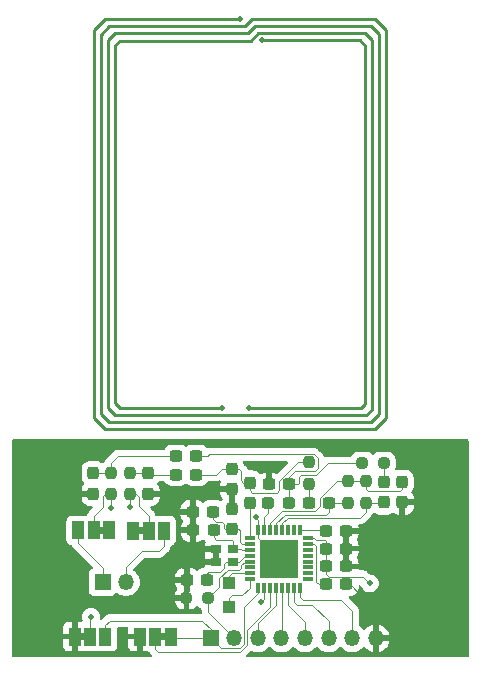
<source format=gtl>
G04 #@! TF.GenerationSoftware,KiCad,Pcbnew,7.0.9*
G04 #@! TF.CreationDate,2024-04-03T14:25:17+02:00*
G04 #@! TF.ProjectId,NFC_Programmer,4e46435f-5072-46f6-9772-616d6d65722e,3.0*
G04 #@! TF.SameCoordinates,Original*
G04 #@! TF.FileFunction,Copper,L1,Top*
G04 #@! TF.FilePolarity,Positive*
%FSLAX46Y46*%
G04 Gerber Fmt 4.6, Leading zero omitted, Abs format (unit mm)*
G04 Created by KiCad (PCBNEW 7.0.9) date 2024-04-03 14:25:17*
%MOMM*%
%LPD*%
G01*
G04 APERTURE LIST*
G04 Aperture macros list*
%AMRoundRect*
0 Rectangle with rounded corners*
0 $1 Rounding radius*
0 $2 $3 $4 $5 $6 $7 $8 $9 X,Y pos of 4 corners*
0 Add a 4 corners polygon primitive as box body*
4,1,4,$2,$3,$4,$5,$6,$7,$8,$9,$2,$3,0*
0 Add four circle primitives for the rounded corners*
1,1,$1+$1,$2,$3*
1,1,$1+$1,$4,$5*
1,1,$1+$1,$6,$7*
1,1,$1+$1,$8,$9*
0 Add four rect primitives between the rounded corners*
20,1,$1+$1,$2,$3,$4,$5,0*
20,1,$1+$1,$4,$5,$6,$7,0*
20,1,$1+$1,$6,$7,$8,$9,0*
20,1,$1+$1,$8,$9,$2,$3,0*%
G04 Aperture macros list end*
G04 #@! TA.AperFunction,SMDPad,CuDef*
%ADD10RoundRect,0.237500X-0.237500X0.250000X-0.237500X-0.250000X0.237500X-0.250000X0.237500X0.250000X0*%
G04 #@! TD*
G04 #@! TA.AperFunction,SMDPad,CuDef*
%ADD11RoundRect,0.237500X0.300000X0.237500X-0.300000X0.237500X-0.300000X-0.237500X0.300000X-0.237500X0*%
G04 #@! TD*
G04 #@! TA.AperFunction,SMDPad,CuDef*
%ADD12RoundRect,0.237500X0.237500X-0.250000X0.237500X0.250000X-0.237500X0.250000X-0.237500X-0.250000X0*%
G04 #@! TD*
G04 #@! TA.AperFunction,SMDPad,CuDef*
%ADD13R,1.000000X1.500000*%
G04 #@! TD*
G04 #@! TA.AperFunction,SMDPad,CuDef*
%ADD14R,1.000000X1.000000*%
G04 #@! TD*
G04 #@! TA.AperFunction,ComponentPad*
%ADD15R,1.350000X1.350000*%
G04 #@! TD*
G04 #@! TA.AperFunction,ComponentPad*
%ADD16O,1.350000X1.350000*%
G04 #@! TD*
G04 #@! TA.AperFunction,SMDPad,CuDef*
%ADD17RoundRect,0.237500X0.237500X-0.287500X0.237500X0.287500X-0.237500X0.287500X-0.237500X-0.287500X0*%
G04 #@! TD*
G04 #@! TA.AperFunction,SMDPad,CuDef*
%ADD18R,0.900000X0.800000*%
G04 #@! TD*
G04 #@! TA.AperFunction,SMDPad,CuDef*
%ADD19RoundRect,0.237500X0.237500X-0.300000X0.237500X0.300000X-0.237500X0.300000X-0.237500X-0.300000X0*%
G04 #@! TD*
G04 #@! TA.AperFunction,SMDPad,CuDef*
%ADD20RoundRect,0.237500X-0.237500X0.300000X-0.237500X-0.300000X0.237500X-0.300000X0.237500X0.300000X0*%
G04 #@! TD*
G04 #@! TA.AperFunction,SMDPad,CuDef*
%ADD21R,0.850000X0.300000*%
G04 #@! TD*
G04 #@! TA.AperFunction,SMDPad,CuDef*
%ADD22R,0.300000X0.850000*%
G04 #@! TD*
G04 #@! TA.AperFunction,SMDPad,CuDef*
%ADD23R,3.250000X3.250000*%
G04 #@! TD*
G04 #@! TA.AperFunction,SMDPad,CuDef*
%ADD24RoundRect,0.237500X-0.300000X-0.237500X0.300000X-0.237500X0.300000X0.237500X-0.300000X0.237500X0*%
G04 #@! TD*
G04 #@! TA.AperFunction,SMDPad,CuDef*
%ADD25RoundRect,0.237500X-0.250000X-0.237500X0.250000X-0.237500X0.250000X0.237500X-0.250000X0.237500X0*%
G04 #@! TD*
G04 #@! TA.AperFunction,SMDPad,CuDef*
%ADD26RoundRect,0.237500X-0.287500X-0.237500X0.287500X-0.237500X0.287500X0.237500X-0.287500X0.237500X0*%
G04 #@! TD*
G04 #@! TA.AperFunction,SMDPad,CuDef*
%ADD27RoundRect,0.237500X0.250000X0.237500X-0.250000X0.237500X-0.250000X-0.237500X0.250000X-0.237500X0*%
G04 #@! TD*
G04 #@! TA.AperFunction,ViaPad*
%ADD28C,0.360000*%
G04 #@! TD*
G04 #@! TA.AperFunction,ViaPad*
%ADD29C,0.500000*%
G04 #@! TD*
G04 #@! TA.AperFunction,Conductor*
%ADD30C,0.100000*%
G04 #@! TD*
G04 #@! TA.AperFunction,Conductor*
%ADD31C,0.250000*%
G04 #@! TD*
G04 APERTURE END LIST*
G04 #@! TA.AperFunction,EtchedComponent*
G36*
X132035000Y-99000000D02*
G01*
X131535000Y-99000000D01*
X131535000Y-98400000D01*
X132035000Y-98400000D01*
X132035000Y-99000000D01*
G37*
G04 #@! TD.AperFunction*
G04 #@! TA.AperFunction,EtchedComponent*
G36*
X128675000Y-98990000D02*
G01*
X128175000Y-98990000D01*
X128175000Y-98390000D01*
X128675000Y-98390000D01*
X128675000Y-98990000D01*
G37*
G04 #@! TD.AperFunction*
G04 #@! TA.AperFunction,EtchedComponent*
G36*
X133910000Y-107970000D02*
G01*
X133410000Y-107970000D01*
X133410000Y-107370000D01*
X133910000Y-107370000D01*
X133910000Y-107970000D01*
G37*
G04 #@! TD.AperFunction*
G04 #@! TA.AperFunction,EtchedComponent*
G36*
X127070000Y-107970000D02*
G01*
X126570000Y-107970000D01*
X126570000Y-107370000D01*
X127070000Y-107370000D01*
X127070000Y-107970000D01*
G37*
G04 #@! TD.AperFunction*
D10*
X150813750Y-94545000D03*
X150813750Y-96370000D03*
D11*
X147696750Y-96380000D03*
X145971750Y-96380000D03*
D12*
X145994250Y-94742500D03*
X145994250Y-92917500D03*
D13*
X131135000Y-98700000D03*
X132435000Y-98700000D03*
X133735000Y-98700000D03*
D14*
X139270000Y-105210000D03*
D11*
X137886750Y-97110000D03*
X136161750Y-97110000D03*
D15*
X128530000Y-103060000D03*
D16*
X130530000Y-103060000D03*
D17*
X140994250Y-96385000D03*
X140994250Y-94635000D03*
D11*
X136462500Y-93970000D03*
X134737500Y-93970000D03*
D18*
X139571750Y-100230000D03*
X138171750Y-100230000D03*
X138171750Y-101330000D03*
X139571750Y-101330000D03*
D19*
X139504250Y-98602500D03*
X139504250Y-96877500D03*
D20*
X139464250Y-93467500D03*
X139464250Y-95192500D03*
D21*
X145914250Y-102820000D03*
X145914250Y-102320000D03*
X145914250Y-101820000D03*
X145914250Y-101320000D03*
X145914250Y-100820000D03*
X145914250Y-100320000D03*
X145914250Y-99820000D03*
X145914250Y-99320000D03*
D22*
X145214250Y-98620000D03*
X144714250Y-98620000D03*
X144214250Y-98620000D03*
X143714250Y-98620000D03*
X143214250Y-98620000D03*
X142714250Y-98620000D03*
X142214250Y-98620000D03*
X141714250Y-98620000D03*
D21*
X141014250Y-99320000D03*
X141014250Y-99820000D03*
X141014250Y-100320000D03*
X141014250Y-100820000D03*
X141014250Y-101320000D03*
X141014250Y-101820000D03*
X141014250Y-102320000D03*
X141014250Y-102820000D03*
D22*
X141714250Y-103520000D03*
X142214250Y-103520000D03*
X142714250Y-103520000D03*
X143214250Y-103520000D03*
X143714250Y-103520000D03*
X144214250Y-103520000D03*
X144714250Y-103520000D03*
X145214250Y-103520000D03*
D23*
X143464250Y-101070000D03*
D15*
X137670000Y-107810000D03*
D16*
X139670000Y-107810000D03*
X141670000Y-107810000D03*
X143670000Y-107810000D03*
X145670000Y-107810000D03*
X147670000Y-107810000D03*
X149670000Y-107810000D03*
X151670000Y-107810000D03*
D10*
X130835000Y-93800000D03*
X130835000Y-95625000D03*
D14*
X139270000Y-103140000D03*
D19*
X152344250Y-96320000D03*
X152344250Y-94595000D03*
D11*
X136462500Y-92400000D03*
X134737500Y-92400000D03*
D24*
X147445000Y-98700000D03*
X149170000Y-98700000D03*
X147445000Y-100220000D03*
X149170000Y-100220000D03*
D12*
X149283250Y-96370000D03*
X149283250Y-94545000D03*
D20*
X153904250Y-94587500D03*
X153904250Y-96312500D03*
D24*
X147445000Y-101740000D03*
X149170000Y-101740000D03*
D10*
X129285000Y-93800000D03*
X129285000Y-95625000D03*
D25*
X150522500Y-92990000D03*
X152347500Y-92990000D03*
D20*
X132385000Y-93850000D03*
X132385000Y-95575000D03*
D19*
X127725000Y-95575000D03*
X127725000Y-93850000D03*
D11*
X137407500Y-102870000D03*
X135682500Y-102870000D03*
D26*
X142544250Y-96400000D03*
X144294250Y-96400000D03*
D27*
X137460000Y-104400000D03*
X135635000Y-104400000D03*
D13*
X129075000Y-98690000D03*
X127775000Y-98690000D03*
X126475000Y-98690000D03*
X134310000Y-107670000D03*
X133010000Y-107670000D03*
X131710000Y-107670000D03*
X126170000Y-107670000D03*
X127470000Y-107670000D03*
X128770000Y-107670000D03*
D24*
X142609250Y-94790000D03*
X144334250Y-94790000D03*
D11*
X137926750Y-98680000D03*
X136201750Y-98680000D03*
D24*
X147445000Y-103260000D03*
X149170000Y-103260000D03*
D28*
X159130000Y-95860000D03*
X128970000Y-104540000D03*
X157940000Y-91280000D03*
X131870000Y-105550000D03*
X124300000Y-91250000D03*
X125190000Y-98820000D03*
X127340000Y-91240000D03*
X157250000Y-91280000D03*
X129940000Y-105570000D03*
X142640000Y-109210000D03*
X135120000Y-99770000D03*
X150620000Y-109150000D03*
X121160000Y-98970000D03*
X122870000Y-109150000D03*
X154830000Y-109120000D03*
D29*
X134251582Y-95601582D03*
D28*
X126460000Y-94700000D03*
X144350000Y-91290000D03*
X159080000Y-104020000D03*
X155130000Y-94450000D03*
X129220000Y-91250000D03*
X125190000Y-98210000D03*
X130030000Y-109160000D03*
X134590000Y-100240000D03*
X148440000Y-92230000D03*
X150480000Y-99510000D03*
X154370000Y-97580000D03*
X153610000Y-106680000D03*
X155400000Y-109120000D03*
X123600000Y-91240000D03*
X133980000Y-97190000D03*
X159130000Y-96470000D03*
X121160000Y-92260000D03*
X152660000Y-97670000D03*
X134525750Y-102440000D03*
X154960000Y-93780000D03*
X125860000Y-109180000D03*
X121170000Y-91560000D03*
X141860000Y-91280000D03*
X121120000Y-108950000D03*
X148700000Y-91290000D03*
X158550000Y-91280000D03*
X125740000Y-97180000D03*
X121130000Y-106460000D03*
X132560000Y-101260000D03*
X137450000Y-95930000D03*
X159120000Y-92860000D03*
X127700000Y-104640000D03*
X143780000Y-91290000D03*
X124910000Y-108130000D03*
X148000000Y-91280000D03*
X121160000Y-92870000D03*
X151917606Y-102411550D03*
X152920000Y-91280000D03*
X147701096Y-92221952D03*
X149280000Y-92220000D03*
X159090000Y-99740000D03*
X139410000Y-91290000D03*
X159090000Y-101530000D03*
X132820000Y-105550000D03*
X131290000Y-109180000D03*
X133790000Y-101240000D03*
X153610000Y-108460000D03*
X151890000Y-97650000D03*
X159130000Y-95290000D03*
X130870000Y-105570000D03*
X131960000Y-102880000D03*
X134525750Y-103210000D03*
X128320000Y-104550000D03*
X125250000Y-109180000D03*
X127520000Y-92500000D03*
X127740000Y-109160000D03*
X159120000Y-98960000D03*
X126610000Y-96460000D03*
X131630000Y-104040000D03*
X158390000Y-109150000D03*
X121130000Y-104670000D03*
X152310000Y-91280000D03*
X126670000Y-92870000D03*
X126440000Y-93840000D03*
X140680000Y-91280000D03*
X156070000Y-91280000D03*
X136910000Y-99940000D03*
X150460000Y-100300000D03*
X140020000Y-91290000D03*
X153450000Y-97640000D03*
X134950000Y-98240000D03*
X154170000Y-109120000D03*
X151364342Y-91970000D03*
X135077887Y-95174346D03*
X155410000Y-91290000D03*
X159080000Y-107150000D03*
X123410000Y-109150000D03*
X159090000Y-105270000D03*
X136980000Y-95110000D03*
X128330000Y-92550000D03*
X153140000Y-106270000D03*
X150470000Y-98680000D03*
X148720000Y-109150000D03*
X121160000Y-94050000D03*
X121810000Y-91240000D03*
D29*
X142620000Y-93280000D03*
D28*
X131010000Y-91250000D03*
X121690000Y-109150000D03*
X149880000Y-91290000D03*
X125480000Y-91250000D03*
X128310000Y-109160000D03*
X153610000Y-107250000D03*
X127050000Y-102380000D03*
X127910000Y-91240000D03*
X156550000Y-109120000D03*
X153600000Y-109120000D03*
X131820000Y-109180000D03*
X151460000Y-104220000D03*
X124910000Y-107590000D03*
X150530000Y-100960000D03*
X134950000Y-96480000D03*
X136540000Y-95870000D03*
X153540000Y-92730000D03*
X131960000Y-101650000D03*
X121130000Y-105850000D03*
X155130000Y-95290000D03*
X126400000Y-109180000D03*
X130430000Y-104500000D03*
X125760000Y-106200000D03*
X159080000Y-107760000D03*
X124910000Y-106980000D03*
X127050000Y-104100000D03*
X124910000Y-106410000D03*
X133540000Y-91240000D03*
X159090000Y-104660000D03*
X152060000Y-103740000D03*
X128800000Y-105570000D03*
X121120000Y-107160000D03*
X131160000Y-104360000D03*
X121120000Y-108340000D03*
X135620000Y-95890000D03*
X156010000Y-109120000D03*
X132850000Y-91240000D03*
X159130000Y-94680000D03*
X127050000Y-102950000D03*
X121130000Y-100360000D03*
X152220000Y-103020000D03*
X121120000Y-102240000D03*
X152310000Y-106410000D03*
X121160000Y-93440000D03*
X126970000Y-109180000D03*
X151740000Y-91280000D03*
X125190000Y-99360000D03*
X121130000Y-101540000D03*
X159120000Y-93430000D03*
X159090000Y-100920000D03*
X126670000Y-97160000D03*
X128970000Y-92080000D03*
D29*
X150700000Y-104480000D03*
D28*
X159080000Y-108330000D03*
X129460000Y-109160000D03*
X122420000Y-91240000D03*
X159120000Y-97780000D03*
X126540000Y-105870000D03*
X131780000Y-102240000D03*
X121160000Y-98360000D03*
X133530000Y-96280000D03*
X159090000Y-106450000D03*
X121130000Y-105280000D03*
X121120000Y-104030000D03*
X146820000Y-91280000D03*
X129780000Y-104480000D03*
X159130000Y-91550000D03*
X132280000Y-91240000D03*
X136340000Y-101680000D03*
X157120000Y-109120000D03*
X130400000Y-91250000D03*
X128520000Y-91240000D03*
X125670000Y-100350000D03*
X159080000Y-108940000D03*
X159120000Y-97170000D03*
X133210000Y-96990000D03*
X142470000Y-91280000D03*
X154800000Y-91290000D03*
X147200000Y-91900000D03*
X122990000Y-91240000D03*
X125190000Y-99930000D03*
X145600000Y-91280000D03*
X128920000Y-109160000D03*
X151070000Y-98110000D03*
X149310000Y-91290000D03*
X121130000Y-99750000D03*
X124910000Y-91250000D03*
X152170000Y-91820000D03*
X157820000Y-109150000D03*
X154230000Y-91290000D03*
X151130000Y-91280000D03*
X134150000Y-91240000D03*
X159090000Y-105840000D03*
X129830000Y-91250000D03*
X146210000Y-91280000D03*
X123980000Y-109150000D03*
X137000000Y-101280000D03*
X137000000Y-100650000D03*
X134960000Y-99050000D03*
X159090000Y-100350000D03*
X131670000Y-91240000D03*
X127100000Y-101690000D03*
X136100000Y-95140000D03*
X122260000Y-109150000D03*
X146740000Y-109170000D03*
X127050000Y-103560000D03*
X126090000Y-91250000D03*
X159120000Y-98350000D03*
X147390000Y-91280000D03*
X121170000Y-95300000D03*
X126130000Y-100790000D03*
X134890000Y-97330000D03*
X136100000Y-99920000D03*
X121160000Y-97180000D03*
X130670000Y-109180000D03*
X126610000Y-101210000D03*
X121120000Y-107770000D03*
X121170000Y-95870000D03*
X149880000Y-91890000D03*
X144960000Y-91290000D03*
X121120000Y-102850000D03*
X151124464Y-102010199D03*
X159080000Y-102230000D03*
X121120000Y-103420000D03*
X143170000Y-91290000D03*
X124910000Y-108700000D03*
X159120000Y-94040000D03*
X144710000Y-109150000D03*
X134250000Y-100770000D03*
X121130000Y-100930000D03*
X153420000Y-92190000D03*
X155210000Y-96260000D03*
D29*
X137990000Y-95230000D03*
D28*
X121170000Y-96480000D03*
X150570000Y-101750000D03*
X156680000Y-91280000D03*
X125190000Y-97640000D03*
X135450000Y-101790000D03*
X126700000Y-105300000D03*
X159080000Y-102840000D03*
X153610000Y-107890000D03*
X154390000Y-93370000D03*
X153620000Y-91290000D03*
X159120000Y-92250000D03*
X150680000Y-105400000D03*
D29*
X125870000Y-95560000D03*
D28*
X121160000Y-97790000D03*
X150700000Y-106280000D03*
X121170000Y-94690000D03*
X152140000Y-109230000D03*
D29*
X141500000Y-97570000D03*
D28*
X127050000Y-104670000D03*
X155050000Y-97220000D03*
X128250000Y-105320000D03*
X124680000Y-109180000D03*
X159080000Y-103410000D03*
X141290000Y-91280000D03*
X153610000Y-93260000D03*
X133840000Y-105540000D03*
X133130000Y-101260000D03*
X152870000Y-91870000D03*
X150690000Y-91810000D03*
X151510000Y-106310000D03*
X132400000Y-109200000D03*
X150490000Y-91290000D03*
X126730000Y-91240000D03*
X131940000Y-103530000D03*
D29*
X151160000Y-103180000D03*
X127550000Y-105990000D03*
X141910000Y-104760000D03*
X138600000Y-88350000D03*
X142020000Y-57200000D03*
X140200000Y-55400000D03*
X130850000Y-96740000D03*
X129280000Y-96770000D03*
X140920000Y-88330000D03*
D30*
X146610000Y-99990750D02*
X146610000Y-103040000D01*
X146439250Y-99820000D02*
X146610000Y-99990750D01*
X146830000Y-103260000D02*
X147445000Y-103260000D01*
X146610000Y-103040000D02*
X146830000Y-103260000D01*
X145914250Y-99820000D02*
X146439250Y-99820000D01*
X134225000Y-95575000D02*
X134251582Y-95601582D01*
X142609250Y-94790000D02*
X142609250Y-93290750D01*
X138027500Y-95192500D02*
X137990000Y-95230000D01*
X125885000Y-95575000D02*
X125870000Y-95560000D01*
X139464250Y-95192500D02*
X138027500Y-95192500D01*
X142609250Y-93290750D02*
X142620000Y-93280000D01*
X143464250Y-101070000D02*
X141714250Y-99320000D01*
X149480000Y-103260000D02*
X150700000Y-104480000D01*
X149170000Y-103260000D02*
X149480000Y-103260000D01*
X141714250Y-97784250D02*
X141500000Y-97570000D01*
X132385000Y-95575000D02*
X134225000Y-95575000D01*
X127725000Y-95575000D02*
X125885000Y-95575000D01*
X141714250Y-98620000D02*
X141714250Y-97784250D01*
X141714250Y-99320000D02*
X141714250Y-98620000D01*
X147365000Y-98620000D02*
X147445000Y-98700000D01*
X145214250Y-98620000D02*
X147365000Y-98620000D01*
X139504250Y-98602500D02*
X140056750Y-98602500D01*
X138824250Y-98510000D02*
X138916750Y-98602500D01*
X137886750Y-97732500D02*
X138134250Y-97980000D01*
X140204250Y-98750000D02*
X140204250Y-99700000D01*
X137886750Y-97110000D02*
X137886750Y-97732500D01*
X138134250Y-97980000D02*
X138684250Y-97980000D01*
X138684250Y-97980000D02*
X138824250Y-98120000D01*
X140324250Y-99820000D02*
X141014250Y-99820000D01*
X140204250Y-99700000D02*
X140324250Y-99820000D01*
X138916750Y-98602500D02*
X139504250Y-98602500D01*
X140056750Y-98602500D02*
X140204250Y-98750000D01*
X138824250Y-98120000D02*
X138824250Y-98510000D01*
X140064250Y-101330000D02*
X139571750Y-101330000D01*
X138960000Y-101330000D02*
X138798750Y-101491250D01*
X141014250Y-100820000D02*
X140574250Y-100820000D01*
X138468974Y-102180000D02*
X137560000Y-102180000D01*
X138798750Y-101491250D02*
X138798750Y-101850224D01*
X140574250Y-100820000D02*
X140064250Y-101330000D01*
X137407500Y-102332500D02*
X137407500Y-102870000D01*
X137560000Y-102180000D02*
X137407500Y-102332500D01*
X138798750Y-101850224D02*
X138468974Y-102180000D01*
X139571750Y-101330000D02*
X138960000Y-101330000D01*
X143714250Y-98095000D02*
X144212250Y-97597000D01*
X150813750Y-97140500D02*
X150813750Y-96370000D01*
X150813750Y-96370000D02*
X152294250Y-96370000D01*
X144212250Y-97597000D02*
X150357250Y-97597000D01*
X150357250Y-97597000D02*
X150813750Y-97140500D01*
X143714250Y-98620000D02*
X143714250Y-98095000D01*
X152294250Y-96370000D02*
X152344250Y-96320000D01*
X152347500Y-94591750D02*
X152344250Y-94595000D01*
X152347500Y-92990000D02*
X152347500Y-94591750D01*
X145050000Y-94790000D02*
X144334250Y-94790000D01*
X136462500Y-92400000D02*
X137430000Y-92400000D01*
X144294250Y-94830000D02*
X144334250Y-94790000D01*
X145170000Y-94670000D02*
X145050000Y-94790000D01*
X146410022Y-92253000D02*
X146750000Y-92592978D01*
X145350000Y-94000000D02*
X145170000Y-94180000D01*
X146570000Y-94000000D02*
X145350000Y-94000000D01*
X150522500Y-92990000D02*
X147580000Y-92990000D01*
X144334250Y-94135750D02*
X144334250Y-94790000D01*
X145170000Y-94180000D02*
X145170000Y-94670000D01*
X137577000Y-92253000D02*
X146410022Y-92253000D01*
X146750000Y-93420000D02*
X146550000Y-93620000D01*
X137430000Y-92400000D02*
X137577000Y-92253000D01*
X144294250Y-96400000D02*
X144294250Y-94830000D01*
X146750000Y-92592978D02*
X146750000Y-93420000D01*
X147580000Y-92990000D02*
X146570000Y-94000000D01*
X144850000Y-93620000D02*
X144334250Y-94135750D01*
X146550000Y-93620000D02*
X144850000Y-93620000D01*
X140994250Y-95284250D02*
X140994250Y-94635000D01*
X145076478Y-92917500D02*
X143480000Y-94513978D01*
X140067500Y-93467500D02*
X140270000Y-93670000D01*
X143480000Y-94513978D02*
X143480000Y-95290000D01*
X143280000Y-95490000D02*
X141200000Y-95490000D01*
X139464250Y-93467500D02*
X140067500Y-93467500D01*
X140445000Y-94635000D02*
X140994250Y-94635000D01*
X145994250Y-92917500D02*
X145076478Y-92917500D01*
X143480000Y-95290000D02*
X143280000Y-95490000D01*
X136462500Y-93970000D02*
X138120000Y-93970000D01*
X140270000Y-94460000D02*
X140445000Y-94635000D01*
X140270000Y-93670000D02*
X140270000Y-94460000D01*
X141200000Y-95490000D02*
X140994250Y-95284250D01*
X138120000Y-93970000D02*
X138622500Y-93467500D01*
X138622500Y-93467500D02*
X139464250Y-93467500D01*
X130835000Y-93800000D02*
X132335000Y-93800000D01*
X132505000Y-93970000D02*
X132385000Y-93850000D01*
X134737500Y-93970000D02*
X132505000Y-93970000D01*
X132335000Y-93800000D02*
X132385000Y-93850000D01*
X127725000Y-93850000D02*
X129235000Y-93850000D01*
X129235000Y-93850000D02*
X129285000Y-93800000D01*
X129870000Y-92400000D02*
X129285000Y-92985000D01*
X129285000Y-92985000D02*
X129285000Y-93800000D01*
X134737500Y-92400000D02*
X129870000Y-92400000D01*
X153904250Y-95145750D02*
X153740500Y-95309500D01*
X143757250Y-97052000D02*
X146532250Y-97052000D01*
X150979500Y-95309500D02*
X150813750Y-95143750D01*
X150813750Y-95143750D02*
X150813750Y-94545000D01*
X146532250Y-97052000D02*
X146954250Y-96630000D01*
X153740500Y-95309500D02*
X150979500Y-95309500D01*
X142714250Y-98095000D02*
X143757250Y-97052000D01*
X149283250Y-94545000D02*
X150813750Y-94545000D01*
X148369250Y-94545000D02*
X149283250Y-94545000D01*
X146954250Y-96630000D02*
X146954250Y-95960000D01*
X153904250Y-94587500D02*
X153904250Y-95145750D01*
X146954250Y-95960000D02*
X148369250Y-94545000D01*
X142714250Y-98620000D02*
X142714250Y-98095000D01*
X143939250Y-97370000D02*
X147474250Y-97370000D01*
X143214250Y-98620000D02*
X143214250Y-98095000D01*
X149273250Y-96380000D02*
X149283250Y-96370000D01*
X143214250Y-98095000D02*
X143939250Y-97370000D01*
X147474250Y-97370000D02*
X147696750Y-97147500D01*
X147696750Y-97147500D02*
X147696750Y-96380000D01*
X147696750Y-96380000D02*
X149273250Y-96380000D01*
X145971750Y-94765000D02*
X145994250Y-94742500D01*
X145971750Y-96380000D02*
X145971750Y-94765000D01*
X140994250Y-99300000D02*
X141014250Y-99320000D01*
X140994250Y-96385000D02*
X140994250Y-99300000D01*
X142214250Y-98620000D02*
X142214250Y-97510000D01*
X142544250Y-97180000D02*
X142544250Y-96400000D01*
X142214250Y-97510000D02*
X142544250Y-97180000D01*
X140370000Y-104170000D02*
X139470000Y-104170000D01*
X141014250Y-102820000D02*
X141014250Y-103525750D01*
X139270000Y-104370000D02*
X139270000Y-105210000D01*
X139470000Y-104170000D02*
X139270000Y-104370000D01*
X141014250Y-103525750D02*
X140370000Y-104170000D01*
X144214250Y-105004250D02*
X145670000Y-106460000D01*
X145670000Y-106460000D02*
X145670000Y-107810000D01*
X144214250Y-103520000D02*
X144214250Y-105004250D01*
X145214250Y-104314250D02*
X145470000Y-104570000D01*
X148730000Y-104570000D02*
X149670000Y-105510000D01*
X145214250Y-103520000D02*
X145214250Y-104314250D01*
X145470000Y-104570000D02*
X148730000Y-104570000D01*
X149670000Y-105510000D02*
X149670000Y-107810000D01*
X147670000Y-106390000D02*
X147670000Y-107810000D01*
X144714250Y-104734250D02*
X145000000Y-105020000D01*
X144714250Y-103520000D02*
X144714250Y-104734250D01*
X146300000Y-105020000D02*
X147670000Y-106390000D01*
X145000000Y-105020000D02*
X146300000Y-105020000D01*
X140055750Y-102050000D02*
X140270000Y-101835750D01*
X137460000Y-104400000D02*
X138420000Y-103440000D01*
X138420000Y-102740000D02*
X139110000Y-102050000D01*
X140570000Y-101320000D02*
X141014250Y-101320000D01*
X140270000Y-101835750D02*
X140270000Y-101620000D01*
X138420000Y-103440000D02*
X138420000Y-102740000D01*
X137460000Y-105600000D02*
X139670000Y-107810000D01*
X137460000Y-104400000D02*
X137460000Y-105600000D01*
X139110000Y-102050000D02*
X140055750Y-102050000D01*
X140270000Y-101620000D02*
X140570000Y-101320000D01*
X138522000Y-108662000D02*
X137670000Y-107810000D01*
X137670000Y-107010000D02*
X136990000Y-106330000D01*
X137670000Y-107810000D02*
X137670000Y-107010000D01*
X145914250Y-99320000D02*
X146439250Y-99320000D01*
X129170000Y-106330000D02*
X128770000Y-106730000D01*
X147445000Y-101740000D02*
X147445000Y-102365000D01*
X140138000Y-108662000D02*
X138522000Y-108662000D01*
X147380000Y-99510000D02*
X147445000Y-99575000D01*
X137670000Y-107810000D02*
X134450000Y-107810000D01*
X140530000Y-108270000D02*
X140138000Y-108662000D01*
X151170000Y-103220000D02*
X151170000Y-103190000D01*
X134450000Y-107810000D02*
X134310000Y-107670000D01*
X147445000Y-99575000D02*
X147445000Y-100220000D01*
X147688000Y-102608000D02*
X150558000Y-102608000D01*
X128770000Y-106730000D02*
X128770000Y-107670000D01*
X141714250Y-104005750D02*
X140530000Y-105190000D01*
X147445000Y-102365000D02*
X147688000Y-102608000D01*
X146629250Y-99510000D02*
X147380000Y-99510000D01*
X136990000Y-106330000D02*
X129170000Y-106330000D01*
X150558000Y-102608000D02*
X151170000Y-103220000D01*
X141714250Y-103520000D02*
X141714250Y-104005750D01*
X140530000Y-105190000D02*
X140530000Y-108270000D01*
X147445000Y-100220000D02*
X147445000Y-101740000D01*
X146439250Y-99320000D02*
X146629250Y-99510000D01*
X143714250Y-107765750D02*
X143670000Y-107810000D01*
X143714250Y-103520000D02*
X143714250Y-107765750D01*
X141670000Y-106530000D02*
X141670000Y-107810000D01*
X143214250Y-103520000D02*
X143214250Y-104985750D01*
X143214250Y-104985750D02*
X141670000Y-106530000D01*
X140354250Y-100320000D02*
X141014249Y-100320000D01*
X137926750Y-98680000D02*
X137926750Y-99262500D01*
X138154250Y-99490000D02*
X139454250Y-99490000D01*
X139584250Y-99620000D02*
X139571750Y-99632500D01*
X137926750Y-99262500D02*
X138154250Y-99490000D01*
X139571750Y-99632500D02*
X139571750Y-100230000D01*
X140244250Y-100230000D02*
X140344250Y-100330000D01*
X139454250Y-99490000D02*
X139584250Y-99620000D01*
X139571750Y-100230000D02*
X140244250Y-100230000D01*
X140344250Y-100330000D02*
X140354250Y-100320000D01*
X127470000Y-106070000D02*
X127470000Y-107670000D01*
X142214250Y-103520000D02*
X142214250Y-104455750D01*
X142214250Y-104455750D02*
X141910000Y-104760000D01*
X127550000Y-105990000D02*
X127470000Y-106070000D01*
X140760000Y-107118974D02*
X140760000Y-108361026D01*
X140760000Y-108361026D02*
X140176026Y-108945000D01*
X142714250Y-105164724D02*
X140760000Y-107118974D01*
X133010000Y-108750000D02*
X133010000Y-107670000D01*
X133210000Y-108950000D02*
X133205000Y-108945000D01*
X142714250Y-103520000D02*
X142714250Y-105164724D01*
X140175513Y-108950000D02*
X133210000Y-108950000D01*
X133205000Y-108945000D02*
X133010000Y-108750000D01*
X133735000Y-98700000D02*
X133735000Y-100035000D01*
X131850000Y-100430000D02*
X130530000Y-101750000D01*
X133735000Y-100035000D02*
X133340000Y-100430000D01*
X130530000Y-101750000D02*
X130530000Y-103060000D01*
X133340000Y-100430000D02*
X131850000Y-100430000D01*
D31*
X150780000Y-56600000D02*
X141710000Y-56600000D01*
X141710000Y-56600000D02*
X141100000Y-57210000D01*
X150300000Y-57200000D02*
X142020000Y-57200000D01*
D30*
X132435000Y-97435000D02*
X132435000Y-98700000D01*
X129285000Y-95625000D02*
X129285000Y-96765000D01*
D31*
X152540000Y-89190000D02*
X152540000Y-56360000D01*
X151340000Y-88470000D02*
X151340000Y-57160000D01*
D30*
X130835000Y-95625000D02*
X130835000Y-96725000D01*
X128715000Y-95625000D02*
X128590000Y-95750000D01*
D31*
X151340000Y-57160000D02*
X150780000Y-56600000D01*
D30*
X130835000Y-95625000D02*
X131375000Y-95625000D01*
X131590000Y-96590000D02*
X132435000Y-97435000D01*
D31*
X140930000Y-88340000D02*
X150400000Y-88340000D01*
X152540000Y-56360000D02*
X151580000Y-55400000D01*
D30*
X129285000Y-96765000D02*
X129280000Y-96770000D01*
D31*
X151940000Y-88850000D02*
X151940000Y-56690000D01*
X140200000Y-55400000D02*
X128730000Y-55400000D01*
X128730000Y-55400000D02*
X127770000Y-56360000D01*
X141470000Y-56000000D02*
X140860000Y-56610000D01*
X151250000Y-89540000D02*
X151940000Y-88850000D01*
D30*
X131375000Y-95625000D02*
X131590000Y-95840000D01*
D31*
X128970000Y-88350000D02*
X129560000Y-88940000D01*
X128720000Y-90140000D02*
X151590000Y-90140000D01*
X150740000Y-57640000D02*
X150300000Y-57200000D01*
X140860000Y-56610000D02*
X129560000Y-56610000D01*
D30*
X128590000Y-95750000D02*
X128590000Y-96670000D01*
D31*
X128370000Y-88810000D02*
X129100000Y-89540000D01*
X150400000Y-88340000D02*
X150740000Y-88000000D01*
X129570000Y-57610000D02*
X129570000Y-87910000D01*
D30*
X129285000Y-95625000D02*
X128715000Y-95625000D01*
D31*
X150740000Y-88000000D02*
X150740000Y-57640000D01*
X151250000Y-56000000D02*
X141470000Y-56000000D01*
X128970000Y-57200000D02*
X128970000Y-88350000D01*
X129560000Y-88940000D02*
X150870000Y-88940000D01*
X150870000Y-88940000D02*
X151340000Y-88470000D01*
X129100000Y-89540000D02*
X151250000Y-89540000D01*
X151590000Y-90140000D02*
X152540000Y-89190000D01*
X127770000Y-89190000D02*
X128720000Y-90140000D01*
X151940000Y-56690000D02*
X151250000Y-56000000D01*
X140920000Y-88330000D02*
X140930000Y-88340000D01*
X130000000Y-88340000D02*
X138590000Y-88340000D01*
X127770000Y-56360000D02*
X127770000Y-89190000D01*
D30*
X128590000Y-96670000D02*
X127775000Y-97485000D01*
D31*
X129100000Y-56000000D02*
X128370000Y-56730000D01*
X138590000Y-88340000D02*
X138600000Y-88350000D01*
X141100000Y-57210000D02*
X129970000Y-57210000D01*
X141200000Y-55400000D02*
X140600000Y-56000000D01*
X151580000Y-55400000D02*
X141200000Y-55400000D01*
X140600000Y-56000000D02*
X129100000Y-56000000D01*
X128370000Y-56730000D02*
X128370000Y-88810000D01*
X129970000Y-57210000D02*
X129570000Y-57610000D01*
X129560000Y-56610000D02*
X128970000Y-57200000D01*
D30*
X131590000Y-95840000D02*
X131590000Y-96590000D01*
X127775000Y-97485000D02*
X127775000Y-98690000D01*
D31*
X129570000Y-87910000D02*
X130000000Y-88340000D01*
D30*
X130835000Y-96725000D02*
X130850000Y-96740000D01*
X126475000Y-99775000D02*
X128530000Y-101830000D01*
X128530000Y-101830000D02*
X128530000Y-103060000D01*
X126475000Y-98690000D02*
X126475000Y-99775000D01*
X139460000Y-102320000D02*
X139270000Y-102510000D01*
X139270000Y-102510000D02*
X139270000Y-103140000D01*
X141014250Y-102320000D02*
X139460000Y-102320000D01*
G04 #@! TA.AperFunction,Conductor*
G36*
X159457539Y-90979685D02*
G01*
X159503294Y-91032489D01*
X159514500Y-91084000D01*
X159514500Y-109310500D01*
X159494815Y-109377539D01*
X159442011Y-109423294D01*
X159390500Y-109434500D01*
X140764412Y-109434500D01*
X140697373Y-109414815D01*
X140651618Y-109362011D01*
X140641674Y-109292853D01*
X140670699Y-109229297D01*
X140676731Y-109222819D01*
X140838683Y-109060867D01*
X141006644Y-108892905D01*
X141067965Y-108859422D01*
X141137656Y-108864406D01*
X141139117Y-108864962D01*
X141196939Y-108887362D01*
X141346931Y-108945470D01*
X141561074Y-108985500D01*
X141561076Y-108985500D01*
X141778924Y-108985500D01*
X141778926Y-108985500D01*
X141993069Y-108945470D01*
X142196210Y-108866772D01*
X142381432Y-108752088D01*
X142542427Y-108605322D01*
X142571047Y-108567422D01*
X142627153Y-108525787D01*
X142696865Y-108521094D01*
X142758048Y-108554836D01*
X142768946Y-108567414D01*
X142797573Y-108605322D01*
X142958568Y-108752088D01*
X142958575Y-108752092D01*
X142958576Y-108752093D01*
X143143786Y-108866770D01*
X143143792Y-108866773D01*
X143166664Y-108875633D01*
X143346931Y-108945470D01*
X143561074Y-108985500D01*
X143561076Y-108985500D01*
X143778924Y-108985500D01*
X143778926Y-108985500D01*
X143993069Y-108945470D01*
X144196210Y-108866772D01*
X144381432Y-108752088D01*
X144542427Y-108605322D01*
X144571047Y-108567422D01*
X144627153Y-108525787D01*
X144696865Y-108521094D01*
X144758048Y-108554836D01*
X144768946Y-108567414D01*
X144797573Y-108605322D01*
X144958568Y-108752088D01*
X144958575Y-108752092D01*
X144958576Y-108752093D01*
X145143786Y-108866770D01*
X145143792Y-108866773D01*
X145166664Y-108875633D01*
X145346931Y-108945470D01*
X145561074Y-108985500D01*
X145561076Y-108985500D01*
X145778924Y-108985500D01*
X145778926Y-108985500D01*
X145993069Y-108945470D01*
X146196210Y-108866772D01*
X146381432Y-108752088D01*
X146542427Y-108605322D01*
X146571047Y-108567422D01*
X146627153Y-108525787D01*
X146696865Y-108521094D01*
X146758048Y-108554836D01*
X146768946Y-108567414D01*
X146797573Y-108605322D01*
X146958568Y-108752088D01*
X146958575Y-108752092D01*
X146958576Y-108752093D01*
X147143786Y-108866770D01*
X147143792Y-108866773D01*
X147166664Y-108875633D01*
X147346931Y-108945470D01*
X147561074Y-108985500D01*
X147561076Y-108985500D01*
X147778924Y-108985500D01*
X147778926Y-108985500D01*
X147993069Y-108945470D01*
X148196210Y-108866772D01*
X148381432Y-108752088D01*
X148542427Y-108605322D01*
X148571047Y-108567422D01*
X148627153Y-108525787D01*
X148696865Y-108521094D01*
X148758048Y-108554836D01*
X148768946Y-108567414D01*
X148797573Y-108605322D01*
X148958568Y-108752088D01*
X148958575Y-108752092D01*
X148958576Y-108752093D01*
X149143786Y-108866770D01*
X149143792Y-108866773D01*
X149166664Y-108875633D01*
X149346931Y-108945470D01*
X149561074Y-108985500D01*
X149561076Y-108985500D01*
X149778924Y-108985500D01*
X149778926Y-108985500D01*
X149993069Y-108945470D01*
X150196210Y-108866772D01*
X150381432Y-108752088D01*
X150542427Y-108605322D01*
X150571359Y-108567009D01*
X150627465Y-108525373D01*
X150697177Y-108520680D01*
X150758360Y-108554421D01*
X150769267Y-108567009D01*
X150797942Y-108604981D01*
X150797949Y-108604989D01*
X150958868Y-108751685D01*
X151144012Y-108866322D01*
X151144023Y-108866327D01*
X151347060Y-108944984D01*
X151420000Y-108958619D01*
X151420000Y-108125686D01*
X151431955Y-108137641D01*
X151544852Y-108195165D01*
X151638519Y-108210000D01*
X151701481Y-108210000D01*
X151795148Y-108195165D01*
X151908045Y-108137641D01*
X151920000Y-108125686D01*
X151920000Y-108958619D01*
X151992939Y-108944984D01*
X152195976Y-108866327D01*
X152195987Y-108866322D01*
X152381130Y-108751685D01*
X152381131Y-108751685D01*
X152542054Y-108604985D01*
X152673284Y-108431208D01*
X152770348Y-108236280D01*
X152820505Y-108060000D01*
X151985686Y-108060000D01*
X151997641Y-108048045D01*
X152055165Y-107935148D01*
X152074986Y-107810000D01*
X152055165Y-107684852D01*
X151997641Y-107571955D01*
X151985686Y-107560000D01*
X152820505Y-107560000D01*
X152820505Y-107559999D01*
X152770348Y-107383719D01*
X152673284Y-107188791D01*
X152542054Y-107015014D01*
X152381131Y-106868314D01*
X152195987Y-106753677D01*
X152195985Y-106753676D01*
X151992931Y-106675013D01*
X151992921Y-106675010D01*
X151920001Y-106661378D01*
X151920000Y-106661379D01*
X151920000Y-107494314D01*
X151908045Y-107482359D01*
X151795148Y-107424835D01*
X151701481Y-107410000D01*
X151638519Y-107410000D01*
X151544852Y-107424835D01*
X151431955Y-107482359D01*
X151420000Y-107494314D01*
X151420000Y-106661379D01*
X151419998Y-106661378D01*
X151347078Y-106675010D01*
X151347068Y-106675013D01*
X151144014Y-106753676D01*
X151144012Y-106753677D01*
X150958869Y-106868314D01*
X150958868Y-106868314D01*
X150797945Y-107015014D01*
X150769267Y-107052990D01*
X150713157Y-107094626D01*
X150643445Y-107099317D01*
X150582264Y-107065575D01*
X150571359Y-107052990D01*
X150562547Y-107041321D01*
X150542427Y-107014678D01*
X150381432Y-106867912D01*
X150292144Y-106812627D01*
X150279222Y-106804626D01*
X150232587Y-106752598D01*
X150220500Y-106699199D01*
X150220500Y-105519414D01*
X150220572Y-105517295D01*
X150222763Y-105453174D01*
X150216974Y-105429421D01*
X150212281Y-105410163D01*
X150211094Y-105403918D01*
X150210878Y-105402347D01*
X150205070Y-105360080D01*
X150197919Y-105343617D01*
X150191181Y-105323583D01*
X150186933Y-105306148D01*
X150165234Y-105267556D01*
X150162414Y-105261878D01*
X150161225Y-105259141D01*
X150144780Y-105221280D01*
X150144780Y-105221279D01*
X150133458Y-105207363D01*
X150121557Y-105189876D01*
X150112768Y-105174244D01*
X150112767Y-105174243D01*
X150112766Y-105174241D01*
X150081456Y-105142931D01*
X150077210Y-105138225D01*
X150063757Y-105121689D01*
X150049278Y-105103892D01*
X150034612Y-105093539D01*
X150018445Y-105079920D01*
X149385205Y-104446680D01*
X149351720Y-104385357D01*
X149356704Y-104315665D01*
X149398576Y-104259732D01*
X149464040Y-104235315D01*
X149472886Y-104234999D01*
X149519140Y-104234999D01*
X149519154Y-104234998D01*
X149620152Y-104224680D01*
X149783800Y-104170453D01*
X149783811Y-104170448D01*
X149930534Y-104079947D01*
X149930538Y-104079944D01*
X150052444Y-103958038D01*
X150052447Y-103958034D01*
X150142948Y-103811311D01*
X150142953Y-103811300D01*
X150197180Y-103647652D01*
X150207499Y-103546654D01*
X150207499Y-103460045D01*
X150227183Y-103393006D01*
X150279986Y-103347250D01*
X150349145Y-103337306D01*
X150412701Y-103366330D01*
X150448540Y-103419089D01*
X150479542Y-103507686D01*
X150479547Y-103507697D01*
X150569518Y-103650884D01*
X150569523Y-103650890D01*
X150689109Y-103770476D01*
X150689115Y-103770481D01*
X150832302Y-103860452D01*
X150832305Y-103860454D01*
X150832309Y-103860455D01*
X150832310Y-103860456D01*
X150889047Y-103880309D01*
X150991943Y-103916314D01*
X151159997Y-103935249D01*
X151160000Y-103935249D01*
X151160003Y-103935249D01*
X151328056Y-103916314D01*
X151328059Y-103916313D01*
X151487690Y-103860456D01*
X151487692Y-103860454D01*
X151487694Y-103860454D01*
X151487697Y-103860452D01*
X151630884Y-103770481D01*
X151630885Y-103770480D01*
X151630890Y-103770477D01*
X151750477Y-103650890D01*
X151755502Y-103642893D01*
X151840452Y-103507697D01*
X151840454Y-103507694D01*
X151840454Y-103507692D01*
X151840456Y-103507690D01*
X151896313Y-103348059D01*
X151896313Y-103348058D01*
X151896314Y-103348056D01*
X151915249Y-103180002D01*
X151915249Y-103179997D01*
X151896314Y-103011943D01*
X151840454Y-102852305D01*
X151840452Y-102852302D01*
X151750481Y-102709115D01*
X151750476Y-102709109D01*
X151630890Y-102589523D01*
X151630884Y-102589518D01*
X151487697Y-102499547D01*
X151487694Y-102499545D01*
X151328055Y-102443685D01*
X151195539Y-102428755D01*
X151131125Y-102401689D01*
X151121741Y-102393216D01*
X150953906Y-102225381D01*
X150908680Y-102176956D01*
X150878392Y-102158537D01*
X150870861Y-102153957D01*
X150865610Y-102150383D01*
X150830341Y-102123638D01*
X150830342Y-102123638D01*
X150813642Y-102117052D01*
X150794716Y-102107652D01*
X150779380Y-102098327D01*
X150736758Y-102086384D01*
X150730740Y-102084360D01*
X150689565Y-102068124D01*
X150689556Y-102068122D01*
X150671716Y-102066288D01*
X150650951Y-102062342D01*
X150633669Y-102057500D01*
X150633665Y-102057500D01*
X150589406Y-102057500D01*
X150583064Y-102057175D01*
X150555427Y-102054333D01*
X150539029Y-102052648D01*
X150539024Y-102052648D01*
X150521344Y-102055697D01*
X150500276Y-102057500D01*
X150326362Y-102057500D01*
X150259323Y-102037815D01*
X150238681Y-102021181D01*
X150207500Y-101990000D01*
X149420000Y-101990000D01*
X149388819Y-102021181D01*
X149327496Y-102054666D01*
X149301138Y-102057500D01*
X149044000Y-102057500D01*
X148976961Y-102037815D01*
X148931206Y-101985011D01*
X148920000Y-101933500D01*
X148920000Y-100470000D01*
X149420000Y-100470000D01*
X149420000Y-101490000D01*
X150207499Y-101490000D01*
X150207499Y-101453360D01*
X150207498Y-101453345D01*
X150197180Y-101352347D01*
X150142953Y-101188699D01*
X150142948Y-101188688D01*
X150054379Y-101045097D01*
X150035938Y-100977705D01*
X150054379Y-100914903D01*
X150142948Y-100771311D01*
X150142953Y-100771300D01*
X150197180Y-100607652D01*
X150207499Y-100506654D01*
X150207500Y-100506641D01*
X150207500Y-100470000D01*
X149420000Y-100470000D01*
X148920000Y-100470000D01*
X148920000Y-98950000D01*
X149420000Y-98950000D01*
X149420000Y-99970000D01*
X150207499Y-99970000D01*
X150207499Y-99933360D01*
X150207498Y-99933345D01*
X150197180Y-99832347D01*
X150142953Y-99668699D01*
X150142948Y-99668688D01*
X150054379Y-99525097D01*
X150035938Y-99457705D01*
X150054379Y-99394903D01*
X150142948Y-99251311D01*
X150142953Y-99251300D01*
X150197180Y-99087652D01*
X150207499Y-98986654D01*
X150207500Y-98986641D01*
X150207500Y-98950000D01*
X149420000Y-98950000D01*
X148920000Y-98950000D01*
X148920000Y-98574000D01*
X148939685Y-98506961D01*
X148992489Y-98461206D01*
X149044000Y-98450000D01*
X150207499Y-98450000D01*
X150207499Y-98413360D01*
X150207498Y-98413345D01*
X150197180Y-98312346D01*
X150196570Y-98310503D01*
X150196528Y-98309297D01*
X150195764Y-98305726D01*
X150196401Y-98305589D01*
X150194169Y-98240675D01*
X150229901Y-98180633D01*
X150292421Y-98149441D01*
X150314276Y-98147500D01*
X150347853Y-98147500D01*
X150414076Y-98149762D01*
X150457082Y-98139280D01*
X150463301Y-98138098D01*
X150507170Y-98132070D01*
X150523633Y-98124918D01*
X150543666Y-98118181D01*
X150561102Y-98113933D01*
X150599715Y-98092221D01*
X150605340Y-98089427D01*
X150645970Y-98071780D01*
X150659882Y-98060460D01*
X150677373Y-98048557D01*
X150693005Y-98039768D01*
X150693003Y-98039768D01*
X150693009Y-98039766D01*
X150724309Y-98008464D01*
X150729019Y-98004213D01*
X150763358Y-97976278D01*
X150773706Y-97961616D01*
X150787324Y-97945449D01*
X151196353Y-97536420D01*
X151244794Y-97491180D01*
X151265738Y-97456738D01*
X151267789Y-97453366D01*
X151271364Y-97448112D01*
X151273035Y-97445909D01*
X151298111Y-97412843D01*
X151304693Y-97396150D01*
X151314098Y-97377213D01*
X151323422Y-97361882D01*
X151324802Y-97356953D01*
X151361844Y-97297712D01*
X151379100Y-97284874D01*
X151512100Y-97202840D01*
X151512102Y-97202837D01*
X151513903Y-97201727D01*
X151581296Y-97183287D01*
X151644097Y-97201727D01*
X151645897Y-97202837D01*
X151645900Y-97202840D01*
X151792734Y-97293408D01*
X151956497Y-97347674D01*
X152057573Y-97358000D01*
X152630926Y-97357999D01*
X152630934Y-97357998D01*
X152630937Y-97357998D01*
X152709252Y-97349998D01*
X152732003Y-97347674D01*
X152895766Y-97293408D01*
X153042600Y-97202840D01*
X153042602Y-97202837D01*
X153042605Y-97202836D01*
X153048268Y-97198359D01*
X153049380Y-97199766D01*
X153102531Y-97170734D01*
X153172223Y-97175709D01*
X153199955Y-97191331D01*
X153200065Y-97191154D01*
X153204530Y-97193908D01*
X153205824Y-97194637D01*
X153206221Y-97194951D01*
X153352938Y-97285448D01*
X153352949Y-97285453D01*
X153516597Y-97339680D01*
X153617602Y-97349999D01*
X153654250Y-97349999D01*
X153654250Y-96562500D01*
X154154250Y-96562500D01*
X154154250Y-97349999D01*
X154190890Y-97349999D01*
X154190904Y-97349998D01*
X154291902Y-97339680D01*
X154455550Y-97285453D01*
X154455561Y-97285448D01*
X154602284Y-97194947D01*
X154602288Y-97194944D01*
X154724194Y-97073038D01*
X154724197Y-97073034D01*
X154814698Y-96926311D01*
X154814703Y-96926300D01*
X154868930Y-96762652D01*
X154879249Y-96661654D01*
X154879250Y-96661641D01*
X154879250Y-96562500D01*
X154154250Y-96562500D01*
X153654250Y-96562500D01*
X153654250Y-96186500D01*
X153673935Y-96119461D01*
X153726739Y-96073706D01*
X153778250Y-96062500D01*
X154879249Y-96062500D01*
X154879249Y-95963360D01*
X154879248Y-95963345D01*
X154868930Y-95862347D01*
X154814703Y-95698699D01*
X154814698Y-95698688D01*
X154724197Y-95551965D01*
X154724194Y-95551961D01*
X154710267Y-95538034D01*
X154676782Y-95476711D01*
X154681766Y-95407019D01*
X154710267Y-95362672D01*
X154724590Y-95348350D01*
X154815158Y-95201516D01*
X154869424Y-95037753D01*
X154879750Y-94936677D01*
X154879749Y-94238324D01*
X154876225Y-94203830D01*
X154869424Y-94137247D01*
X154847213Y-94070220D01*
X154815158Y-93973484D01*
X154724590Y-93826650D01*
X154602600Y-93704660D01*
X154490563Y-93635555D01*
X154455768Y-93614093D01*
X154455763Y-93614091D01*
X154441908Y-93609500D01*
X154292003Y-93559826D01*
X154292001Y-93559825D01*
X154190928Y-93549500D01*
X153617580Y-93549500D01*
X153617562Y-93549501D01*
X153516497Y-93559825D01*
X153516494Y-93559826D01*
X153468172Y-93575839D01*
X153398343Y-93578241D01*
X153338302Y-93542509D01*
X153307109Y-93479989D01*
X153311462Y-93419130D01*
X153325174Y-93377753D01*
X153335500Y-93276677D01*
X153335499Y-92703324D01*
X153332313Y-92672139D01*
X153325174Y-92602247D01*
X153290072Y-92496318D01*
X153270908Y-92438484D01*
X153180340Y-92291650D01*
X153058350Y-92169660D01*
X152911516Y-92079092D01*
X152747753Y-92024826D01*
X152747751Y-92024825D01*
X152646678Y-92014500D01*
X152048330Y-92014500D01*
X152048312Y-92014501D01*
X151947247Y-92024825D01*
X151783484Y-92079092D01*
X151783481Y-92079093D01*
X151636648Y-92169661D01*
X151522681Y-92283629D01*
X151461358Y-92317114D01*
X151391666Y-92312130D01*
X151347319Y-92283629D01*
X151233351Y-92169661D01*
X151233350Y-92169660D01*
X151086516Y-92079092D01*
X150922753Y-92024826D01*
X150922751Y-92024825D01*
X150821678Y-92014500D01*
X150223330Y-92014500D01*
X150223312Y-92014501D01*
X150122247Y-92024825D01*
X149958484Y-92079092D01*
X149958481Y-92079093D01*
X149811648Y-92169661D01*
X149689659Y-92291650D01*
X149634798Y-92380596D01*
X149582850Y-92427321D01*
X149529259Y-92439500D01*
X147589415Y-92439500D01*
X147523175Y-92437237D01*
X147523174Y-92437237D01*
X147480165Y-92447717D01*
X147473931Y-92448902D01*
X147430078Y-92454930D01*
X147421913Y-92457218D01*
X147421523Y-92455828D01*
X147361294Y-92463343D01*
X147298291Y-92433136D01*
X147272370Y-92395797D01*
X147271089Y-92396518D01*
X147245239Y-92350542D01*
X147242414Y-92344854D01*
X147228199Y-92312130D01*
X147224780Y-92304258D01*
X147213454Y-92290337D01*
X147201556Y-92272855D01*
X147192764Y-92257218D01*
X147161472Y-92225926D01*
X147157215Y-92221209D01*
X147129278Y-92186870D01*
X147114613Y-92176518D01*
X147098441Y-92162895D01*
X146956263Y-92020717D01*
X146805930Y-91870383D01*
X146760702Y-91821956D01*
X146760699Y-91821954D01*
X146722883Y-91798957D01*
X146717632Y-91795383D01*
X146682363Y-91768638D01*
X146682364Y-91768638D01*
X146665664Y-91762052D01*
X146646738Y-91752652D01*
X146631402Y-91743327D01*
X146588780Y-91731384D01*
X146582762Y-91729360D01*
X146541587Y-91713124D01*
X146541578Y-91713122D01*
X146523738Y-91711288D01*
X146502973Y-91707342D01*
X146485691Y-91702500D01*
X146485687Y-91702500D01*
X146441428Y-91702500D01*
X146435086Y-91702175D01*
X146407449Y-91699333D01*
X146391051Y-91697648D01*
X146391046Y-91697648D01*
X146373366Y-91700697D01*
X146352298Y-91702500D01*
X137586397Y-91702500D01*
X137520174Y-91700238D01*
X137520173Y-91700238D01*
X137520171Y-91700238D01*
X137477169Y-91710717D01*
X137470928Y-91711903D01*
X137430544Y-91717453D01*
X137361449Y-91707080D01*
X137325979Y-91682289D01*
X137223351Y-91579661D01*
X137223350Y-91579660D01*
X137076516Y-91489092D01*
X136912753Y-91434826D01*
X136912751Y-91434825D01*
X136811678Y-91424500D01*
X136113330Y-91424500D01*
X136113312Y-91424501D01*
X136012247Y-91434825D01*
X135848484Y-91489092D01*
X135848481Y-91489093D01*
X135701648Y-91579661D01*
X135687681Y-91593629D01*
X135626358Y-91627114D01*
X135556666Y-91622130D01*
X135512319Y-91593629D01*
X135498351Y-91579661D01*
X135498350Y-91579660D01*
X135351516Y-91489092D01*
X135187753Y-91434826D01*
X135187751Y-91434825D01*
X135086678Y-91424500D01*
X134388330Y-91424500D01*
X134388312Y-91424501D01*
X134287247Y-91434825D01*
X134123484Y-91489092D01*
X134123481Y-91489093D01*
X133976648Y-91579661D01*
X133854659Y-91701650D01*
X133799798Y-91790596D01*
X133747850Y-91837321D01*
X133694259Y-91849500D01*
X129879397Y-91849500D01*
X129813174Y-91847238D01*
X129813173Y-91847238D01*
X129813171Y-91847238D01*
X129770170Y-91857717D01*
X129763930Y-91858902D01*
X129720079Y-91864930D01*
X129703616Y-91872081D01*
X129683575Y-91878820D01*
X129666150Y-91883066D01*
X129666143Y-91883069D01*
X129627566Y-91904759D01*
X129621879Y-91907584D01*
X129581279Y-91925220D01*
X129581276Y-91925221D01*
X129567356Y-91936546D01*
X129549886Y-91948436D01*
X129534241Y-91957233D01*
X129534240Y-91957234D01*
X129502934Y-91988539D01*
X129498221Y-91992792D01*
X129463896Y-92020717D01*
X129463891Y-92020722D01*
X129453542Y-92035383D01*
X129439923Y-92051550D01*
X128902381Y-92589093D01*
X128853957Y-92634317D01*
X128830956Y-92672139D01*
X128827384Y-92677388D01*
X128800639Y-92712658D01*
X128800636Y-92712663D01*
X128794055Y-92729352D01*
X128784653Y-92748283D01*
X128775327Y-92763619D01*
X128763385Y-92806237D01*
X128761362Y-92812253D01*
X128751938Y-92836155D01*
X128709035Y-92891301D01*
X128701678Y-92896209D01*
X128586654Y-92967156D01*
X128581909Y-92970909D01*
X128517113Y-92997048D01*
X128448472Y-92984006D01*
X128428091Y-92970909D01*
X128423351Y-92967161D01*
X128423350Y-92967160D01*
X128276516Y-92876592D01*
X128112753Y-92822326D01*
X128112751Y-92822325D01*
X128011678Y-92812000D01*
X127438330Y-92812000D01*
X127438312Y-92812001D01*
X127337247Y-92822325D01*
X127173484Y-92876592D01*
X127173481Y-92876593D01*
X127026648Y-92967161D01*
X126904661Y-93089148D01*
X126814093Y-93235981D01*
X126814091Y-93235986D01*
X126786719Y-93318588D01*
X126759826Y-93399747D01*
X126759826Y-93399748D01*
X126759825Y-93399748D01*
X126749500Y-93500815D01*
X126749500Y-94199169D01*
X126749501Y-94199187D01*
X126759825Y-94300252D01*
X126789223Y-94388968D01*
X126812469Y-94459119D01*
X126814092Y-94464015D01*
X126814093Y-94464018D01*
X126843131Y-94511095D01*
X126904086Y-94609920D01*
X126904661Y-94610851D01*
X126918982Y-94625172D01*
X126952467Y-94686495D01*
X126947483Y-94756187D01*
X126918985Y-94800532D01*
X126905052Y-94814465D01*
X126814551Y-94961188D01*
X126814546Y-94961199D01*
X126760319Y-95124847D01*
X126750000Y-95225845D01*
X126750000Y-95325000D01*
X127851000Y-95325000D01*
X127918039Y-95344685D01*
X127963794Y-95397489D01*
X127975000Y-95449000D01*
X127975000Y-95701000D01*
X127955315Y-95768039D01*
X127902511Y-95813794D01*
X127851000Y-95825000D01*
X126750001Y-95825000D01*
X126750001Y-95924154D01*
X126760319Y-96025152D01*
X126814546Y-96188800D01*
X126814551Y-96188811D01*
X126905052Y-96335534D01*
X126905055Y-96335538D01*
X127026961Y-96457444D01*
X127026965Y-96457447D01*
X127173688Y-96547948D01*
X127173699Y-96547953D01*
X127337347Y-96602180D01*
X127438351Y-96612499D01*
X127569610Y-96612499D01*
X127636650Y-96632183D01*
X127682405Y-96684987D01*
X127692349Y-96754145D01*
X127663325Y-96817701D01*
X127657292Y-96824180D01*
X127392382Y-97089092D01*
X127343957Y-97134317D01*
X127320956Y-97172139D01*
X127317384Y-97177387D01*
X127310189Y-97186876D01*
X127290639Y-97212658D01*
X127290636Y-97212663D01*
X127284055Y-97229352D01*
X127274653Y-97248283D01*
X127265327Y-97263619D01*
X127253385Y-97306237D01*
X127251362Y-97312255D01*
X127235121Y-97353443D01*
X127234655Y-97355358D01*
X127233751Y-97356918D01*
X127232015Y-97361323D01*
X127231352Y-97361061D01*
X127199650Y-97415826D01*
X127137511Y-97447771D01*
X127085673Y-97446663D01*
X127082479Y-97445908D01*
X127022883Y-97439501D01*
X127022881Y-97439500D01*
X127022873Y-97439500D01*
X127022864Y-97439500D01*
X125927129Y-97439500D01*
X125927123Y-97439501D01*
X125867516Y-97445908D01*
X125732671Y-97496202D01*
X125732664Y-97496206D01*
X125617455Y-97582452D01*
X125617452Y-97582455D01*
X125531206Y-97697664D01*
X125531202Y-97697671D01*
X125480908Y-97832517D01*
X125474501Y-97892116D01*
X125474500Y-97892135D01*
X125474500Y-99487870D01*
X125474501Y-99487876D01*
X125480908Y-99547483D01*
X125531202Y-99682328D01*
X125531206Y-99682335D01*
X125617452Y-99797544D01*
X125617455Y-99797547D01*
X125732664Y-99883793D01*
X125732671Y-99883797D01*
X125867514Y-99934090D01*
X125867517Y-99934091D01*
X125873582Y-99934743D01*
X125938132Y-99961477D01*
X125968416Y-99997259D01*
X125979762Y-100017437D01*
X125982585Y-100023123D01*
X126000005Y-100063224D01*
X126000221Y-100063722D01*
X126011541Y-100077636D01*
X126023439Y-100095117D01*
X126032234Y-100110760D01*
X126032236Y-100110761D01*
X126063532Y-100142057D01*
X126067783Y-100146766D01*
X126095722Y-100181108D01*
X126110381Y-100191455D01*
X126126552Y-100205077D01*
X127658326Y-101736851D01*
X127691811Y-101798174D01*
X127686827Y-101867866D01*
X127644955Y-101923799D01*
X127613992Y-101940709D01*
X127612677Y-101941199D01*
X127612664Y-101941206D01*
X127497455Y-102027452D01*
X127497452Y-102027455D01*
X127411206Y-102142664D01*
X127411202Y-102142671D01*
X127360908Y-102277517D01*
X127354501Y-102337116D01*
X127354500Y-102337135D01*
X127354500Y-103782870D01*
X127354501Y-103782876D01*
X127360908Y-103842483D01*
X127411202Y-103977328D01*
X127411206Y-103977335D01*
X127497452Y-104092544D01*
X127497455Y-104092547D01*
X127612664Y-104178793D01*
X127612671Y-104178797D01*
X127747517Y-104229091D01*
X127747516Y-104229091D01*
X127754444Y-104229835D01*
X127807127Y-104235500D01*
X129252872Y-104235499D01*
X129312483Y-104229091D01*
X129447331Y-104178796D01*
X129562546Y-104092546D01*
X129624785Y-104009404D01*
X129680718Y-103967535D01*
X129750410Y-103962551D01*
X129807588Y-103992078D01*
X129818568Y-104002088D01*
X129818570Y-104002089D01*
X129818571Y-104002090D01*
X130003786Y-104116770D01*
X130003792Y-104116773D01*
X130026664Y-104125633D01*
X130206931Y-104195470D01*
X130421074Y-104235500D01*
X130421076Y-104235500D01*
X130638924Y-104235500D01*
X130638926Y-104235500D01*
X130853069Y-104195470D01*
X131056210Y-104116772D01*
X131241432Y-104002088D01*
X131402427Y-103855322D01*
X131533712Y-103681472D01*
X131630817Y-103486459D01*
X131690435Y-103276923D01*
X131704976Y-103120000D01*
X134645001Y-103120000D01*
X134645001Y-103156654D01*
X134655319Y-103257652D01*
X134709546Y-103421300D01*
X134709551Y-103421311D01*
X134802454Y-103571929D01*
X134820895Y-103639321D01*
X134802455Y-103702123D01*
X134712048Y-103848694D01*
X134712046Y-103848699D01*
X134657819Y-104012347D01*
X134647500Y-104113345D01*
X134647500Y-104150000D01*
X135385000Y-104150000D01*
X135385000Y-103483862D01*
X135404685Y-103416823D01*
X135421319Y-103396181D01*
X135432500Y-103385000D01*
X135432500Y-103120000D01*
X134645001Y-103120000D01*
X131704976Y-103120000D01*
X131710536Y-103060000D01*
X131690435Y-102843077D01*
X131630817Y-102633541D01*
X131624074Y-102620000D01*
X134645000Y-102620000D01*
X135432500Y-102620000D01*
X135432500Y-101894999D01*
X135333360Y-101895000D01*
X135333344Y-101895001D01*
X135232347Y-101905319D01*
X135068699Y-101959546D01*
X135068688Y-101959551D01*
X134921965Y-102050052D01*
X134921961Y-102050055D01*
X134800055Y-102171961D01*
X134800052Y-102171965D01*
X134709551Y-102318688D01*
X134709546Y-102318699D01*
X134655319Y-102482347D01*
X134645000Y-102583345D01*
X134645000Y-102620000D01*
X131624074Y-102620000D01*
X131533712Y-102438528D01*
X131457138Y-102337127D01*
X131402425Y-102264675D01*
X131241432Y-102117912D01*
X131241430Y-102117910D01*
X131188746Y-102085290D01*
X131142110Y-102033262D01*
X131131006Y-101964281D01*
X131158959Y-101900246D01*
X131166331Y-101892193D01*
X132041706Y-101016819D01*
X132103029Y-100983334D01*
X132129387Y-100980500D01*
X133330603Y-100980500D01*
X133396826Y-100982762D01*
X133439832Y-100972280D01*
X133446051Y-100971098D01*
X133489920Y-100965070D01*
X133506383Y-100957918D01*
X133526416Y-100951181D01*
X133543852Y-100946933D01*
X133582465Y-100925221D01*
X133588090Y-100922427D01*
X133628720Y-100904780D01*
X133642632Y-100893460D01*
X133660123Y-100881557D01*
X133675755Y-100872768D01*
X133675753Y-100872768D01*
X133675759Y-100872766D01*
X133707059Y-100841464D01*
X133711769Y-100837213D01*
X133746108Y-100809278D01*
X133756459Y-100794611D01*
X133770073Y-100778449D01*
X134068523Y-100480000D01*
X137221750Y-100480000D01*
X137221750Y-100677844D01*
X137228151Y-100737375D01*
X137229936Y-100744927D01*
X137228504Y-100745265D01*
X137232869Y-100806370D01*
X137228382Y-100821649D01*
X137228151Y-100822624D01*
X137221750Y-100882155D01*
X137221750Y-101080000D01*
X137921750Y-101080000D01*
X137921750Y-100480000D01*
X137221750Y-100480000D01*
X134068523Y-100480000D01*
X134117603Y-100430920D01*
X134166044Y-100385680D01*
X134189041Y-100347861D01*
X134192613Y-100342611D01*
X134219361Y-100307342D01*
X134225945Y-100290643D01*
X134235344Y-100271719D01*
X134244672Y-100256382D01*
X134256611Y-100213765D01*
X134258637Y-100207743D01*
X134274876Y-100166566D01*
X134274876Y-100166564D01*
X134276711Y-100148716D01*
X134280658Y-100127944D01*
X134285500Y-100110665D01*
X134285500Y-100066406D01*
X134285825Y-100060063D01*
X134288089Y-100038038D01*
X134314524Y-99973363D01*
X134368107Y-99934534D01*
X134477326Y-99893798D01*
X134477326Y-99893797D01*
X134477331Y-99893796D01*
X134592546Y-99807546D01*
X134678796Y-99692331D01*
X134729091Y-99557483D01*
X134735500Y-99497873D01*
X134735500Y-98930000D01*
X135164251Y-98930000D01*
X135164251Y-98966654D01*
X135174569Y-99067652D01*
X135228796Y-99231300D01*
X135228801Y-99231311D01*
X135319302Y-99378034D01*
X135319305Y-99378038D01*
X135441211Y-99499944D01*
X135441215Y-99499947D01*
X135587938Y-99590448D01*
X135587949Y-99590453D01*
X135751597Y-99644680D01*
X135852601Y-99654999D01*
X135951750Y-99654998D01*
X135951750Y-98930000D01*
X135164251Y-98930000D01*
X134735500Y-98930000D01*
X134735499Y-97902128D01*
X134729091Y-97842517D01*
X134725361Y-97832517D01*
X134678797Y-97707671D01*
X134678793Y-97707664D01*
X134592547Y-97592455D01*
X134592544Y-97592452D01*
X134477335Y-97506206D01*
X134477328Y-97506202D01*
X134342482Y-97455908D01*
X134342483Y-97455908D01*
X134282883Y-97449501D01*
X134282881Y-97449500D01*
X134282873Y-97449500D01*
X134282864Y-97449500D01*
X133187129Y-97449500D01*
X133187123Y-97449501D01*
X133119804Y-97456738D01*
X133119494Y-97453857D01*
X133063332Y-97450838D01*
X133006666Y-97409963D01*
X132984129Y-97363267D01*
X132983333Y-97360000D01*
X135124251Y-97360000D01*
X135124251Y-97396654D01*
X135134569Y-97497652D01*
X135188796Y-97661300D01*
X135188801Y-97661311D01*
X135279302Y-97808034D01*
X135279305Y-97808038D01*
X135301067Y-97829800D01*
X135334552Y-97891123D01*
X135329568Y-97960815D01*
X135318924Y-97982578D01*
X135228801Y-98128688D01*
X135228796Y-98128699D01*
X135174569Y-98292347D01*
X135164250Y-98393345D01*
X135164250Y-98430000D01*
X135951750Y-98430000D01*
X135951750Y-98125000D01*
X135948069Y-98121319D01*
X135914584Y-98059996D01*
X135911750Y-98033638D01*
X135911750Y-97360000D01*
X135124251Y-97360000D01*
X132983333Y-97360000D01*
X132977280Y-97335166D01*
X132976096Y-97328931D01*
X132973804Y-97312255D01*
X132970070Y-97285080D01*
X132962921Y-97268622D01*
X132956180Y-97248578D01*
X132951933Y-97231148D01*
X132942823Y-97214945D01*
X132930239Y-97192564D01*
X132927414Y-97186876D01*
X132920402Y-97170734D01*
X132909780Y-97146280D01*
X132898454Y-97132359D01*
X132886556Y-97114877D01*
X132877765Y-97099241D01*
X132846472Y-97067948D01*
X132842215Y-97063231D01*
X132814278Y-97028892D01*
X132799613Y-97018540D01*
X132783441Y-97004917D01*
X132638525Y-96860000D01*
X135124250Y-96860000D01*
X135911750Y-96860000D01*
X135911750Y-96134999D01*
X135812610Y-96135000D01*
X135812594Y-96135001D01*
X135711597Y-96145319D01*
X135547949Y-96199546D01*
X135547938Y-96199551D01*
X135401215Y-96290052D01*
X135401211Y-96290055D01*
X135279305Y-96411961D01*
X135279302Y-96411965D01*
X135188801Y-96558688D01*
X135188796Y-96558699D01*
X135134569Y-96722347D01*
X135124250Y-96823345D01*
X135124250Y-96860000D01*
X132638525Y-96860000D01*
X132601553Y-96823028D01*
X132568068Y-96761705D01*
X132573052Y-96692013D01*
X132614924Y-96636080D01*
X132676633Y-96611989D01*
X132772652Y-96602180D01*
X132936300Y-96547953D01*
X132936311Y-96547948D01*
X133083034Y-96457447D01*
X133083038Y-96457444D01*
X133204944Y-96335538D01*
X133204947Y-96335534D01*
X133295448Y-96188811D01*
X133295453Y-96188800D01*
X133349680Y-96025152D01*
X133359999Y-95924154D01*
X133360000Y-95924141D01*
X133360000Y-95825000D01*
X132259000Y-95825000D01*
X132191961Y-95805315D01*
X132146206Y-95752511D01*
X132135000Y-95701000D01*
X132135000Y-95449000D01*
X132154685Y-95381961D01*
X132207489Y-95336206D01*
X132259000Y-95325000D01*
X133359999Y-95325000D01*
X133359999Y-95225860D01*
X133359998Y-95225845D01*
X133349680Y-95124847D01*
X133295453Y-94961199D01*
X133295448Y-94961188D01*
X133204947Y-94814465D01*
X133204944Y-94814461D01*
X133191017Y-94800534D01*
X133157532Y-94739211D01*
X133162516Y-94669519D01*
X133191017Y-94625172D01*
X133205340Y-94610850D01*
X133224736Y-94579404D01*
X133276684Y-94532679D01*
X133330275Y-94520500D01*
X133694259Y-94520500D01*
X133761298Y-94540185D01*
X133799797Y-94579402D01*
X133826771Y-94623134D01*
X133851885Y-94663852D01*
X133854660Y-94668350D01*
X133976650Y-94790340D01*
X134123484Y-94880908D01*
X134287247Y-94935174D01*
X134388323Y-94945500D01*
X135086676Y-94945499D01*
X135086684Y-94945498D01*
X135086687Y-94945498D01*
X135145403Y-94939500D01*
X135187753Y-94935174D01*
X135351516Y-94880908D01*
X135498350Y-94790340D01*
X135512319Y-94776371D01*
X135573642Y-94742886D01*
X135643334Y-94747870D01*
X135687681Y-94776371D01*
X135701650Y-94790340D01*
X135848484Y-94880908D01*
X136012247Y-94935174D01*
X136113323Y-94945500D01*
X136811676Y-94945499D01*
X136811684Y-94945498D01*
X136811687Y-94945498D01*
X136870403Y-94939500D01*
X136912753Y-94935174D01*
X137076516Y-94880908D01*
X137223350Y-94790340D01*
X137345340Y-94668350D01*
X137400202Y-94579403D01*
X137452150Y-94532679D01*
X137505741Y-94520500D01*
X138110603Y-94520500D01*
X138176826Y-94522762D01*
X138219832Y-94512280D01*
X138226051Y-94511098D01*
X138269920Y-94505070D01*
X138286383Y-94497918D01*
X138306416Y-94491181D01*
X138323852Y-94486933D01*
X138362465Y-94465221D01*
X138368098Y-94462424D01*
X138375709Y-94459118D01*
X138445036Y-94450468D01*
X138508039Y-94480673D01*
X138544710Y-94540146D01*
X138543407Y-94610003D01*
X138542808Y-94611858D01*
X138499569Y-94742346D01*
X138489250Y-94843345D01*
X138489250Y-94942500D01*
X139590250Y-94942500D01*
X139657289Y-94962185D01*
X139703044Y-95014989D01*
X139714250Y-95066500D01*
X139714250Y-95800000D01*
X139717931Y-95803681D01*
X139751416Y-95865004D01*
X139754250Y-95891362D01*
X139754250Y-97003500D01*
X139734565Y-97070539D01*
X139681761Y-97116294D01*
X139630250Y-97127500D01*
X139378250Y-97127500D01*
X139311211Y-97107815D01*
X139265456Y-97055011D01*
X139254250Y-97003500D01*
X139254250Y-96270000D01*
X139250569Y-96266319D01*
X139217084Y-96204996D01*
X139214250Y-96178638D01*
X139214250Y-95442500D01*
X138489251Y-95442500D01*
X138489251Y-95541654D01*
X138499569Y-95642652D01*
X138553796Y-95806300D01*
X138553801Y-95806311D01*
X138644302Y-95953034D01*
X138644305Y-95953038D01*
X138662252Y-95970985D01*
X138695737Y-96032308D01*
X138690753Y-96102000D01*
X138680107Y-96123766D01*
X138661892Y-96153295D01*
X138609943Y-96200018D01*
X138540980Y-96211238D01*
X138503957Y-96200580D01*
X138500769Y-96199094D01*
X138500766Y-96199092D01*
X138337003Y-96144826D01*
X138337001Y-96144825D01*
X138235928Y-96134500D01*
X137537580Y-96134500D01*
X137537562Y-96134501D01*
X137436497Y-96144825D01*
X137272734Y-96199092D01*
X137272731Y-96199093D01*
X137125898Y-96289661D01*
X137111575Y-96303984D01*
X137050251Y-96337468D01*
X136980559Y-96332482D01*
X136936215Y-96303982D01*
X136922288Y-96290055D01*
X136922284Y-96290052D01*
X136775561Y-96199551D01*
X136775550Y-96199546D01*
X136611902Y-96145319D01*
X136510904Y-96135000D01*
X136411750Y-96135000D01*
X136411750Y-97665000D01*
X136415431Y-97668681D01*
X136448916Y-97730004D01*
X136451750Y-97756362D01*
X136451750Y-99654999D01*
X136550890Y-99654999D01*
X136550904Y-99654998D01*
X136651902Y-99644680D01*
X136815550Y-99590453D01*
X136815561Y-99590448D01*
X136962285Y-99499947D01*
X136976210Y-99486021D01*
X137037532Y-99452533D01*
X137107223Y-99457514D01*
X137151577Y-99486017D01*
X137165900Y-99500340D01*
X137197238Y-99519670D01*
X137243962Y-99571617D01*
X137255185Y-99640580D01*
X137248323Y-99668540D01*
X137228153Y-99722617D01*
X137228151Y-99722627D01*
X137221750Y-99782155D01*
X137221750Y-99980000D01*
X137865776Y-99980000D01*
X137924960Y-99996582D01*
X137925087Y-99996292D01*
X137927203Y-99997211D01*
X137930203Y-99998051D01*
X137932868Y-99999672D01*
X137975497Y-100011616D01*
X137981513Y-100013639D01*
X138022686Y-100029876D01*
X138040537Y-100031711D01*
X138061302Y-100035657D01*
X138078585Y-100040500D01*
X138122844Y-100040500D01*
X138129185Y-100040824D01*
X138173222Y-100045352D01*
X138190906Y-100042303D01*
X138211974Y-100040500D01*
X138297750Y-100040500D01*
X138364789Y-100060185D01*
X138410544Y-100112989D01*
X138421750Y-100164500D01*
X138421750Y-101036234D01*
X138402065Y-101103273D01*
X138382390Y-101126855D01*
X138367707Y-101140568D01*
X138344706Y-101178389D01*
X138341134Y-101183638D01*
X138314389Y-101218908D01*
X138314386Y-101218913D01*
X138307805Y-101235602D01*
X138298403Y-101254533D01*
X138289077Y-101269869D01*
X138277135Y-101312487D01*
X138275112Y-101318505D01*
X138258872Y-101359690D01*
X138257038Y-101377534D01*
X138253092Y-101398298D01*
X138248251Y-101415578D01*
X138248250Y-101415587D01*
X138248250Y-101456000D01*
X138228565Y-101523039D01*
X138175761Y-101568794D01*
X138124250Y-101580000D01*
X137221750Y-101580000D01*
X137221750Y-101686543D01*
X137202065Y-101753582D01*
X137176006Y-101782730D01*
X137153895Y-101800718D01*
X137153891Y-101800722D01*
X137143542Y-101815383D01*
X137129923Y-101831550D01*
X137099150Y-101862323D01*
X137037827Y-101895808D01*
X137024070Y-101898000D01*
X136957247Y-101904825D01*
X136793484Y-101959092D01*
X136793481Y-101959093D01*
X136646648Y-102049661D01*
X136632325Y-102063984D01*
X136571001Y-102097468D01*
X136501309Y-102092482D01*
X136456965Y-102063982D01*
X136443038Y-102050055D01*
X136443034Y-102050052D01*
X136296311Y-101959551D01*
X136296300Y-101959546D01*
X136132652Y-101905319D01*
X136031654Y-101895000D01*
X135932500Y-101895000D01*
X135932500Y-103786138D01*
X135912815Y-103853177D01*
X135896181Y-103873819D01*
X135885000Y-103885000D01*
X135885000Y-105374999D01*
X135934140Y-105374999D01*
X135934154Y-105374998D01*
X136035152Y-105364680D01*
X136198800Y-105310453D01*
X136198811Y-105310448D01*
X136345533Y-105219948D01*
X136459464Y-105106017D01*
X136520787Y-105072532D01*
X136590479Y-105077516D01*
X136634827Y-105106017D01*
X136749150Y-105220340D01*
X136850596Y-105282912D01*
X136897321Y-105334860D01*
X136909500Y-105388451D01*
X136909500Y-105590602D01*
X136907432Y-105651166D01*
X136907139Y-105659733D01*
X136885177Y-105726061D01*
X136830842Y-105769987D01*
X136783211Y-105779500D01*
X129179397Y-105779500D01*
X129113174Y-105777238D01*
X129113173Y-105777238D01*
X129113171Y-105777238D01*
X129070170Y-105787717D01*
X129063930Y-105788902D01*
X129020079Y-105794930D01*
X129003616Y-105802081D01*
X128983575Y-105808820D01*
X128966150Y-105813066D01*
X128966145Y-105813068D01*
X128927567Y-105834758D01*
X128921881Y-105837582D01*
X128881279Y-105855220D01*
X128867357Y-105866546D01*
X128849883Y-105878438D01*
X128834246Y-105887230D01*
X128834239Y-105887235D01*
X128802939Y-105918535D01*
X128798225Y-105922789D01*
X128763891Y-105950722D01*
X128753541Y-105965385D01*
X128739920Y-105981554D01*
X128501705Y-106219768D01*
X128440382Y-106253253D01*
X128370690Y-106248269D01*
X128314757Y-106206397D01*
X128290340Y-106140933D01*
X128290804Y-106118203D01*
X128305249Y-105990002D01*
X128305249Y-105989997D01*
X128286314Y-105821943D01*
X128250943Y-105720858D01*
X128230456Y-105662310D01*
X128230455Y-105662309D01*
X128230454Y-105662305D01*
X128230452Y-105662302D01*
X128140481Y-105519115D01*
X128140476Y-105519109D01*
X128020890Y-105399523D01*
X128020884Y-105399518D01*
X127877697Y-105309547D01*
X127877694Y-105309545D01*
X127718056Y-105253685D01*
X127550003Y-105234751D01*
X127549997Y-105234751D01*
X127381943Y-105253685D01*
X127222305Y-105309545D01*
X127222302Y-105309547D01*
X127079115Y-105399518D01*
X127079109Y-105399523D01*
X126959523Y-105519109D01*
X126959518Y-105519115D01*
X126869547Y-105662302D01*
X126869545Y-105662305D01*
X126813685Y-105821943D01*
X126794751Y-105989997D01*
X126794751Y-105990002D01*
X126813686Y-106158057D01*
X126847862Y-106255727D01*
X126851423Y-106325505D01*
X126816694Y-106386133D01*
X126754701Y-106418360D01*
X126721172Y-106419818D01*
X126721153Y-106420178D01*
X126717828Y-106420000D01*
X126420000Y-106420000D01*
X126420000Y-108920000D01*
X126717828Y-108920000D01*
X126717844Y-108919999D01*
X126777375Y-108913598D01*
X126784926Y-108911814D01*
X126785315Y-108913462D01*
X126845624Y-108909140D01*
X126862387Y-108914060D01*
X126862512Y-108914089D01*
X126862517Y-108914091D01*
X126922127Y-108920500D01*
X128017872Y-108920499D01*
X128077483Y-108914091D01*
X128077485Y-108914090D01*
X128077487Y-108914090D01*
X128085031Y-108912308D01*
X128085377Y-108913775D01*
X128146342Y-108909408D01*
X128161378Y-108913822D01*
X128162513Y-108914089D01*
X128162517Y-108914091D01*
X128222127Y-108920500D01*
X129317872Y-108920499D01*
X129377483Y-108914091D01*
X129512331Y-108863796D01*
X129627546Y-108777546D01*
X129713796Y-108662331D01*
X129764091Y-108527483D01*
X129770500Y-108467873D01*
X129770500Y-107920000D01*
X130710000Y-107920000D01*
X130710000Y-108467844D01*
X130716401Y-108527372D01*
X130716403Y-108527379D01*
X130766645Y-108662086D01*
X130766649Y-108662093D01*
X130852809Y-108777187D01*
X130852812Y-108777190D01*
X130967906Y-108863350D01*
X130967913Y-108863354D01*
X131102620Y-108913596D01*
X131102627Y-108913598D01*
X131162155Y-108919999D01*
X131162172Y-108920000D01*
X131460000Y-108920000D01*
X131460000Y-107920000D01*
X130710000Y-107920000D01*
X129770500Y-107920000D01*
X129770499Y-107004499D01*
X129790184Y-106937461D01*
X129842987Y-106891706D01*
X129894499Y-106880500D01*
X130586000Y-106880500D01*
X130653039Y-106900185D01*
X130698794Y-106952989D01*
X130710000Y-107004500D01*
X130710000Y-107420000D01*
X131836000Y-107420000D01*
X131903039Y-107439685D01*
X131948794Y-107492489D01*
X131960000Y-107544000D01*
X131960000Y-108920000D01*
X132257828Y-108920000D01*
X132257844Y-108919999D01*
X132317375Y-108913598D01*
X132324926Y-108911814D01*
X132325315Y-108913462D01*
X132385624Y-108909140D01*
X132402387Y-108914060D01*
X132402509Y-108914088D01*
X132402517Y-108914091D01*
X132411577Y-108915065D01*
X132476127Y-108941801D01*
X132506407Y-108977579D01*
X132514761Y-108992436D01*
X132517587Y-108998126D01*
X132535221Y-109038722D01*
X132546541Y-109052636D01*
X132558439Y-109070117D01*
X132567234Y-109085760D01*
X132567236Y-109085761D01*
X132598532Y-109117057D01*
X132602783Y-109121766D01*
X132630722Y-109156108D01*
X132645381Y-109166455D01*
X132661552Y-109180077D01*
X132704294Y-109222819D01*
X132737779Y-109284142D01*
X132732795Y-109353834D01*
X132690923Y-109409767D01*
X132625459Y-109434184D01*
X132616613Y-109434500D01*
X120989500Y-109434500D01*
X120922461Y-109414815D01*
X120876706Y-109362011D01*
X120865500Y-109310500D01*
X120865500Y-107920000D01*
X125170000Y-107920000D01*
X125170000Y-108467844D01*
X125176401Y-108527372D01*
X125176403Y-108527379D01*
X125226645Y-108662086D01*
X125226649Y-108662093D01*
X125312809Y-108777187D01*
X125312812Y-108777190D01*
X125427906Y-108863350D01*
X125427913Y-108863354D01*
X125562620Y-108913596D01*
X125562627Y-108913598D01*
X125622155Y-108919999D01*
X125622172Y-108920000D01*
X125920000Y-108920000D01*
X125920000Y-107920000D01*
X125170000Y-107920000D01*
X120865500Y-107920000D01*
X120865500Y-107420000D01*
X125170000Y-107420000D01*
X125920000Y-107420000D01*
X125920000Y-106420000D01*
X125622155Y-106420000D01*
X125562627Y-106426401D01*
X125562620Y-106426403D01*
X125427913Y-106476645D01*
X125427906Y-106476649D01*
X125312812Y-106562809D01*
X125312809Y-106562812D01*
X125226649Y-106677906D01*
X125226645Y-106677913D01*
X125176403Y-106812620D01*
X125176401Y-106812627D01*
X125170000Y-106872155D01*
X125170000Y-107420000D01*
X120865500Y-107420000D01*
X120865500Y-104650000D01*
X134647501Y-104650000D01*
X134647501Y-104686654D01*
X134657819Y-104787652D01*
X134712046Y-104951300D01*
X134712051Y-104951311D01*
X134802552Y-105098034D01*
X134802555Y-105098038D01*
X134924461Y-105219944D01*
X134924465Y-105219947D01*
X135071188Y-105310448D01*
X135071199Y-105310453D01*
X135234847Y-105364680D01*
X135335851Y-105374999D01*
X135384999Y-105374998D01*
X135385000Y-105374998D01*
X135385000Y-104650000D01*
X134647501Y-104650000D01*
X120865500Y-104650000D01*
X120865500Y-91084000D01*
X120885185Y-91016961D01*
X120937989Y-90971206D01*
X120989500Y-90960000D01*
X159390500Y-90960000D01*
X159457539Y-90979685D01*
G37*
G04 #@! TD.AperFunction*
G04 #@! TA.AperFunction,Conductor*
G36*
X149363039Y-103178185D02*
G01*
X149408794Y-103230989D01*
X149420000Y-103282500D01*
X149420000Y-103386000D01*
X149400315Y-103453039D01*
X149347511Y-103498794D01*
X149296000Y-103510000D01*
X149044000Y-103510000D01*
X148976961Y-103490315D01*
X148931206Y-103437511D01*
X148920000Y-103386000D01*
X148920000Y-103282500D01*
X148939685Y-103215461D01*
X148992489Y-103169706D01*
X149044000Y-103158500D01*
X149296000Y-103158500D01*
X149363039Y-103178185D01*
G37*
G04 #@! TD.AperFunction*
G04 #@! TA.AperFunction,Conductor*
G36*
X144179630Y-92823185D02*
G01*
X144225385Y-92875989D01*
X144235329Y-92945147D01*
X144206304Y-93008703D01*
X144200272Y-93015181D01*
X143361411Y-93854039D01*
X143300088Y-93887524D01*
X143230396Y-93882540D01*
X143223988Y-93879856D01*
X143059403Y-93825319D01*
X142958404Y-93815000D01*
X142859250Y-93815000D01*
X142859250Y-94815500D01*
X142839565Y-94882539D01*
X142786761Y-94928294D01*
X142735250Y-94939500D01*
X142483250Y-94939500D01*
X142416211Y-94919815D01*
X142370456Y-94867011D01*
X142359250Y-94815500D01*
X142359250Y-93814999D01*
X142260110Y-93815000D01*
X142260094Y-93815001D01*
X142159096Y-93825319D01*
X141995450Y-93879545D01*
X141995445Y-93879547D01*
X141962638Y-93899782D01*
X141895245Y-93918221D01*
X141828582Y-93897297D01*
X141809863Y-93881923D01*
X141692601Y-93764661D01*
X141692600Y-93764660D01*
X141568882Y-93688350D01*
X141545768Y-93674093D01*
X141545763Y-93674091D01*
X141544319Y-93673612D01*
X141382003Y-93619826D01*
X141382001Y-93619825D01*
X141280934Y-93609500D01*
X141280927Y-93609500D01*
X140924156Y-93609500D01*
X140857117Y-93589815D01*
X140811362Y-93537011D01*
X140805678Y-93521480D01*
X140797921Y-93503622D01*
X140791180Y-93483578D01*
X140786933Y-93466148D01*
X140779772Y-93453413D01*
X140765239Y-93427564D01*
X140762414Y-93421876D01*
X140752801Y-93399747D01*
X140744780Y-93381280D01*
X140733454Y-93367359D01*
X140721556Y-93349877D01*
X140719945Y-93347011D01*
X140712765Y-93334241D01*
X140681471Y-93302947D01*
X140677215Y-93298231D01*
X140659679Y-93276677D01*
X140649278Y-93263892D01*
X140634608Y-93253536D01*
X140618450Y-93239925D01*
X140518122Y-93139597D01*
X140463445Y-93084919D01*
X140461569Y-93082914D01*
X140431738Y-93023671D01*
X140430841Y-93023864D01*
X140429426Y-93017253D01*
X140425545Y-93005541D01*
X140412608Y-92966502D01*
X140410207Y-92896677D01*
X140445938Y-92836635D01*
X140508458Y-92805442D01*
X140530315Y-92803500D01*
X144112591Y-92803500D01*
X144179630Y-92823185D01*
G37*
G04 #@! TD.AperFunction*
M02*

</source>
